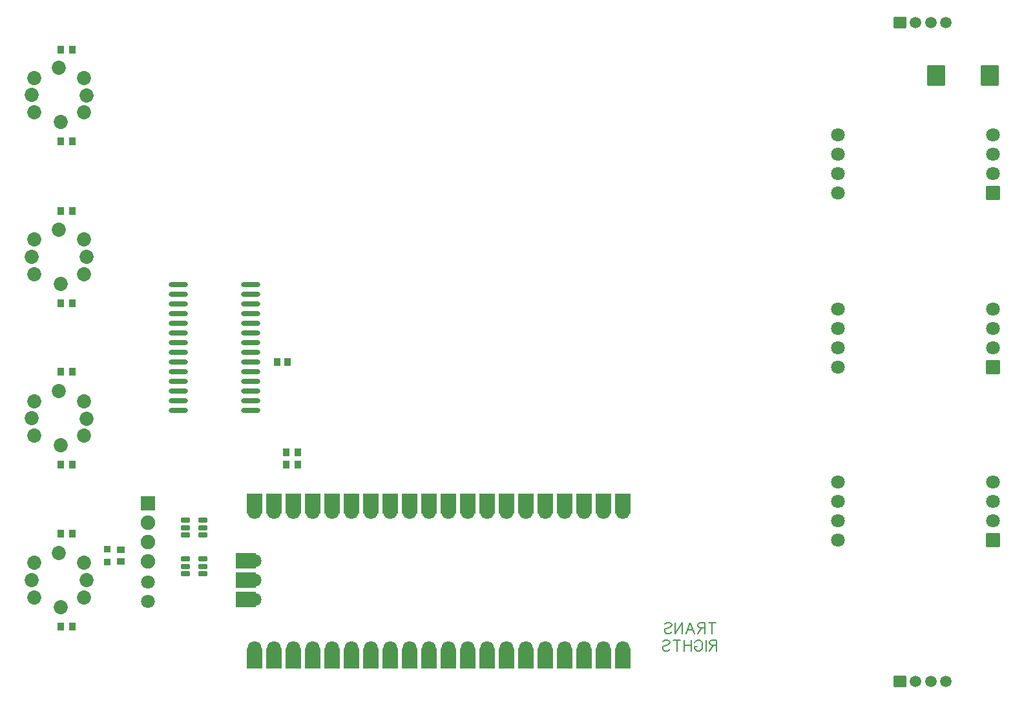
<source format=gbs>
G04 Layer: BottomSolderMaskLayer*
G04 EasyEDA v6.5.29, 2023-07-18 11:29:47*
G04 d241b5e9eba042f2855d0ef1ce65199e,5a6b42c53f6a479593ecc07194224c93,10*
G04 Gerber Generator version 0.2*
G04 Scale: 100 percent, Rotated: No, Reflected: No *
G04 Dimensions in millimeters *
G04 leading zeros omitted , absolute positions ,4 integer and 5 decimal *
%FSLAX45Y45*%
%MOMM*%

%AMMACRO1*1,1,$1,$2,$3*1,1,$1,$4,$5*1,1,$1,0-$2,0-$3*1,1,$1,0-$4,0-$5*20,1,$1,$2,$3,$4,$5,0*20,1,$1,$4,$5,0-$2,0-$3,0*20,1,$1,0-$2,0-$3,0-$4,0-$5,0*20,1,$1,0-$4,0-$5,$2,$3,0*4,1,4,$2,$3,$4,$5,0-$2,0-$3,0-$4,0-$5,$2,$3,0*%
%ADD10C,0.2032*%
%ADD11MACRO1,0.1016X1.1038X-1.296X1.1038X1.296*%
%ADD12MACRO1,0.1016X-1.1038X-1.296X-1.1038X1.296*%
%ADD13MACRO1,0.1016X-0.4X-0.4X0.4X-0.4*%
%ADD14MACRO1,0.1016X-0.432X-0.4032X0.432X-0.4032*%
%ADD15MACRO1,0.1016X-0.432X0.4032X0.432X0.4032*%
%ADD16MACRO1,0.1016X0.4032X-0.432X0.4032X0.432*%
%ADD17MACRO1,0.1016X-0.4032X-0.432X-0.4032X0.432*%
%ADD18O,2.4896064X0.6755891999999999*%
%ADD19MACRO1,0.1016X-0.4032X0.432X-0.4032X-0.432*%
%ADD20MACRO1,0.1016X0.4032X0.432X0.4032X-0.432*%
%ADD21MACRO1,0.1016X-0.4X-0.45X0.4X-0.45*%
%ADD22C,1.9016*%
%ADD23MACRO1,0.1016X-0.85X-0.9X-0.85X0.9*%
%ADD24MACRO1,0.1016X-0.536X0.266X-0.536X-0.266*%
%ADD25MACRO1,0.1016X0.85X-0.85X0.85X0.85*%
%ADD26C,1.8016*%
%ADD27C,1.8532*%
%ADD28C,1.5016*%
%ADD29MACRO1,0.1016X-0.762X0.7X0.762X0.7*%
%ADD30C,0.0129*%

%LPD*%
D10*
X4587773Y926063D02*
G01*
X4587773Y782881D01*
X4635500Y926063D02*
G01*
X4540044Y926063D01*
X4495045Y926063D02*
G01*
X4495045Y782881D01*
X4495045Y926063D02*
G01*
X4433681Y926063D01*
X4413227Y919246D01*
X4406409Y912426D01*
X4399589Y898791D01*
X4399589Y885154D01*
X4406409Y871517D01*
X4413227Y864699D01*
X4433681Y857882D01*
X4495045Y857882D01*
X4447319Y857882D02*
G01*
X4399589Y782881D01*
X4300044Y926063D02*
G01*
X4354591Y782881D01*
X4300044Y926063D02*
G01*
X4245500Y782881D01*
X4334136Y830607D02*
G01*
X4265955Y830607D01*
X4200499Y926063D02*
G01*
X4200499Y782881D01*
X4200499Y926063D02*
G01*
X4105046Y782881D01*
X4105046Y926063D02*
G01*
X4105046Y782881D01*
X3964592Y905609D02*
G01*
X3978226Y919246D01*
X3998681Y926063D01*
X4025953Y926063D01*
X4046407Y919246D01*
X4060045Y905609D01*
X4060045Y891971D01*
X4053227Y878337D01*
X4046407Y871517D01*
X4032773Y864699D01*
X3991864Y851062D01*
X3978226Y844245D01*
X3971409Y837427D01*
X3964592Y823790D01*
X3964592Y803335D01*
X3978226Y789701D01*
X3998681Y782881D01*
X4025953Y782881D01*
X4046407Y789701D01*
X4060045Y803335D01*
X4648200Y697463D02*
G01*
X4648200Y554281D01*
X4648200Y697463D02*
G01*
X4586836Y697463D01*
X4566381Y690646D01*
X4559564Y683826D01*
X4552744Y670191D01*
X4552744Y656554D01*
X4559564Y642917D01*
X4566381Y636099D01*
X4586836Y629282D01*
X4648200Y629282D01*
X4600473Y629282D02*
G01*
X4552744Y554281D01*
X4507745Y697463D02*
G01*
X4507745Y554281D01*
X4360473Y663371D02*
G01*
X4367291Y677009D01*
X4380928Y690646D01*
X4394563Y697463D01*
X4421835Y697463D01*
X4435472Y690646D01*
X4449109Y677009D01*
X4455927Y663371D01*
X4462744Y642917D01*
X4462744Y608827D01*
X4455927Y588373D01*
X4449109Y574735D01*
X4435472Y561101D01*
X4421835Y554281D01*
X4394563Y554281D01*
X4380928Y561101D01*
X4367291Y574735D01*
X4360473Y588373D01*
X4360473Y608827D01*
X4394563Y608827D02*
G01*
X4360473Y608827D01*
X4315472Y697463D02*
G01*
X4315472Y554281D01*
X4220016Y697463D02*
G01*
X4220016Y554281D01*
X4315472Y629282D02*
G01*
X4220016Y629282D01*
X4127291Y697463D02*
G01*
X4127291Y554281D01*
X4175018Y697463D02*
G01*
X4079562Y697463D01*
X3939108Y677009D02*
G01*
X3952745Y690646D01*
X3973200Y697463D01*
X4000472Y697463D01*
X4020926Y690646D01*
X4034563Y677009D01*
X4034563Y663371D01*
X4027746Y649737D01*
X4020926Y642917D01*
X4007291Y636099D01*
X3966382Y622462D01*
X3952745Y615645D01*
X3945928Y608827D01*
X3939108Y595190D01*
X3939108Y574735D01*
X3952745Y561101D01*
X3973200Y554281D01*
X4000472Y554281D01*
X4020926Y561101D01*
X4034563Y574735D01*
D11*
G01*
X7522875Y8102600D03*
D12*
G01*
X8225124Y8102600D03*
D13*
G01*
X-3340099Y1888489D03*
G01*
X-3340099Y1718310D03*
D14*
G01*
X-3162299Y1878724D03*
D15*
G01*
X-3162299Y1728075D03*
D16*
G01*
X-989724Y3162300D03*
D17*
G01*
X-839075Y3162300D03*
D16*
G01*
X-989724Y2997200D03*
D17*
G01*
X-839075Y2997200D03*
D18*
G01*
X-1456867Y5359400D03*
G01*
X-1456867Y5232400D03*
G01*
X-1456867Y5105400D03*
G01*
X-1456867Y4978400D03*
G01*
X-1456867Y4851400D03*
G01*
X-1456867Y4724400D03*
G01*
X-1456867Y4597400D03*
G01*
X-1456867Y4470400D03*
G01*
X-1456867Y4343400D03*
G01*
X-1456867Y4216400D03*
G01*
X-1456867Y4089400D03*
G01*
X-1456867Y3962400D03*
G01*
X-1456867Y3835400D03*
G01*
X-1456867Y3708400D03*
G01*
X-2405659Y5359400D03*
G01*
X-2405659Y5232400D03*
G01*
X-2405659Y5105400D03*
G01*
X-2405659Y4978400D03*
G01*
X-2405659Y4851400D03*
G01*
X-2405659Y4724400D03*
G01*
X-2405659Y4597400D03*
G01*
X-2405659Y4470400D03*
G01*
X-2405659Y4343400D03*
G01*
X-2405659Y4216400D03*
G01*
X-2405659Y4089400D03*
G01*
X-2405659Y3962400D03*
G01*
X-2405659Y3835400D03*
G01*
X-2405659Y3708400D03*
D16*
G01*
X-3949688Y7239000D03*
D17*
G01*
X-3799038Y7239000D03*
D19*
G01*
X-3799038Y8445500D03*
D20*
G01*
X-3949688Y8445500D03*
D16*
G01*
X-3949688Y6324600D03*
D17*
G01*
X-3799038Y6324600D03*
D16*
G01*
X-3949688Y5118100D03*
D17*
G01*
X-3799038Y5118100D03*
D16*
G01*
X-3949688Y2997200D03*
D17*
G01*
X-3799038Y2997200D03*
D16*
G01*
X-3949688Y4216400D03*
D17*
G01*
X-3799038Y4216400D03*
D16*
G01*
X-3949688Y876300D03*
D17*
G01*
X-3799038Y876300D03*
D16*
G01*
X-3949688Y2095500D03*
D17*
G01*
X-3799038Y2095500D03*
D21*
G01*
X-972263Y4343400D03*
G01*
X-1112263Y4343400D03*
D22*
G01*
X-2807563Y1727200D03*
D23*
G01*
X-2807562Y2489200D03*
D22*
G01*
X-2807563Y2235200D03*
G01*
X-2807563Y1981200D03*
D24*
G01*
X-2083053Y2266696D03*
G01*
X-2083053Y2171700D03*
G01*
X-2083053Y2076703D03*
G01*
X-2312873Y2076703D03*
G01*
X-2312873Y2171700D03*
G01*
X-2312873Y2266696D03*
G01*
X-2083053Y1758696D03*
G01*
X-2083053Y1663700D03*
G01*
X-2083053Y1568703D03*
G01*
X-2312873Y1568703D03*
G01*
X-2312873Y1663700D03*
G01*
X-2312873Y1758696D03*
D25*
G01*
X8266836Y6565900D03*
D26*
G01*
X8266836Y6819900D03*
G01*
X8266836Y7073900D03*
G01*
X8266836Y7327900D03*
G01*
X6234836Y7327900D03*
G01*
X6234836Y6565900D03*
G01*
X6234836Y6819900D03*
G01*
X6234836Y7073900D03*
G01*
X6234836Y5041900D03*
G01*
X6234836Y4279900D03*
G01*
X6234836Y4533900D03*
G01*
X6234836Y4787900D03*
D25*
G01*
X8266836Y4279900D03*
D26*
G01*
X8266836Y4533900D03*
G01*
X8266836Y4787900D03*
G01*
X8266836Y5041900D03*
G01*
X6234836Y2768600D03*
G01*
X6234836Y2006600D03*
G01*
X6234836Y2260600D03*
G01*
X6234836Y2514600D03*
D25*
G01*
X8266836Y2006600D03*
D26*
G01*
X8266836Y2260600D03*
G01*
X8266836Y2514600D03*
G01*
X8266836Y2768600D03*
D27*
G01*
X-3645763Y7620000D03*
G01*
X-4295775Y7620000D03*
G01*
X-3645763Y8070011D03*
G01*
X-4295775Y8070011D03*
G01*
X-3970756Y8204987D03*
G01*
X-3610762Y7844993D03*
G01*
X-3950563Y7493000D03*
G01*
X-4331563Y7848600D03*
G01*
X-3645763Y5499100D03*
G01*
X-4295775Y5499100D03*
G01*
X-3645763Y5949111D03*
G01*
X-4295775Y5949111D03*
G01*
X-3970756Y6084087D03*
G01*
X-3610762Y5724093D03*
G01*
X-3950563Y5372100D03*
G01*
X-4331563Y5727700D03*
G01*
X-3645763Y3378200D03*
G01*
X-4295775Y3378200D03*
G01*
X-3645763Y3828211D03*
G01*
X-4295775Y3828211D03*
G01*
X-3970756Y3963187D03*
G01*
X-3610762Y3603193D03*
G01*
X-3950563Y3251200D03*
G01*
X-4331563Y3606800D03*
G01*
X-3645763Y1257300D03*
G01*
X-4295775Y1257300D03*
G01*
X-3645763Y1707311D03*
G01*
X-4295775Y1707311D03*
G01*
X-3970756Y1842287D03*
G01*
X-3610762Y1482293D03*
G01*
X-3950563Y1130300D03*
G01*
X-4331563Y1485900D03*
D28*
G01*
X7652486Y8801074D03*
G01*
X7452487Y8801074D03*
G01*
X7252487Y8801074D03*
D29*
G01*
X7052485Y8801082D03*
D28*
G01*
X7652486Y152400D03*
G01*
X7452487Y152400D03*
G01*
X7252487Y152400D03*
D29*
G01*
X7052485Y152400D03*
D26*
G01*
X3415411Y2374900D03*
G01*
X3415411Y596900D03*
G01*
X3161411Y2374900D03*
G01*
X2907411Y2374900D03*
G01*
X2653411Y2374900D03*
G01*
X2399411Y2374900D03*
G01*
X2145411Y2374900D03*
G01*
X1891411Y2374900D03*
G01*
X1637436Y2374900D03*
G01*
X1383436Y2374900D03*
G01*
X1129436Y2374900D03*
G01*
X875436Y2374900D03*
G01*
X621436Y2374900D03*
G01*
X367436Y2374900D03*
G01*
X113436Y2374900D03*
G01*
X-140563Y2374900D03*
G01*
X-394563Y2374900D03*
G01*
X-648563Y2374900D03*
G01*
X-902563Y2374900D03*
G01*
X-1156563Y2374900D03*
G01*
X-1410563Y2374900D03*
G01*
X3161411Y596900D03*
G01*
X2907411Y596900D03*
G01*
X2653411Y596900D03*
G01*
X2399411Y596900D03*
G01*
X2145411Y596900D03*
G01*
X1891411Y596900D03*
G01*
X1637436Y596900D03*
G01*
X1383436Y596900D03*
G01*
X1129436Y596900D03*
G01*
X875436Y596900D03*
G01*
X621436Y596900D03*
G01*
X367436Y596900D03*
G01*
X113436Y596900D03*
G01*
X-140563Y596900D03*
G01*
X-394563Y596900D03*
G01*
X-648563Y596900D03*
G01*
X-902563Y596900D03*
G01*
X-1156563Y596900D03*
G01*
X-1410563Y596900D03*
G01*
X-1410563Y1485900D03*
G01*
X-1410563Y1739900D03*
G01*
X-1410563Y1231900D03*
G01*
X-2807563Y1206500D03*
G01*
X-2807563Y1460500D03*
G36*
X3315106Y589279D02*
G01*
X3515766Y589279D01*
X3515766Y325119D01*
X3315106Y325119D01*
G37*
G36*
X3061106Y589279D02*
G01*
X3261766Y589279D01*
X3261766Y325119D01*
X3061106Y325119D01*
G37*
G36*
X2807106Y589279D02*
G01*
X3007766Y589279D01*
X3007766Y325119D01*
X2807106Y325119D01*
G37*
G36*
X2553106Y589279D02*
G01*
X2753766Y589279D01*
X2753766Y325119D01*
X2553106Y325119D01*
G37*
G36*
X2299106Y589279D02*
G01*
X2499766Y589279D01*
X2499766Y325119D01*
X2299106Y325119D01*
G37*
G36*
X2045106Y589279D02*
G01*
X2245766Y589279D01*
X2245766Y325119D01*
X2045106Y325119D01*
G37*
G36*
X1791106Y589279D02*
G01*
X1991766Y589279D01*
X1991766Y325119D01*
X1791106Y325119D01*
G37*
G36*
X1537106Y589279D02*
G01*
X1737766Y589279D01*
X1737766Y325119D01*
X1537106Y325119D01*
G37*
G36*
X1283106Y589279D02*
G01*
X1483766Y589279D01*
X1483766Y325119D01*
X1283106Y325119D01*
G37*
G36*
X1029106Y589279D02*
G01*
X1229766Y589279D01*
X1229766Y325119D01*
X1029106Y325119D01*
G37*
G36*
X775106Y589279D02*
G01*
X975766Y589279D01*
X975766Y325119D01*
X775106Y325119D01*
G37*
G36*
X521106Y589279D02*
G01*
X721766Y589279D01*
X721766Y325119D01*
X521106Y325119D01*
G37*
G36*
X267106Y589279D02*
G01*
X467766Y589279D01*
X467766Y325119D01*
X267106Y325119D01*
G37*
G36*
X13106Y589279D02*
G01*
X213766Y589279D01*
X213766Y325119D01*
X13106Y325119D01*
G37*
G36*
X-240893Y589279D02*
G01*
X-40233Y589279D01*
X-40233Y325119D01*
X-240893Y325119D01*
G37*
G36*
X-494893Y589279D02*
G01*
X-294233Y589279D01*
X-294233Y325119D01*
X-494893Y325119D01*
G37*
G36*
X-748893Y589279D02*
G01*
X-548233Y589279D01*
X-548233Y325119D01*
X-748893Y325119D01*
G37*
G36*
X-1002893Y589279D02*
G01*
X-802233Y589279D01*
X-802233Y325119D01*
X-1002893Y325119D01*
G37*
G36*
X-1256893Y589279D02*
G01*
X-1056233Y589279D01*
X-1056233Y325119D01*
X-1256893Y325119D01*
G37*
G36*
X-1510893Y589279D02*
G01*
X-1310233Y589279D01*
X-1310233Y325119D01*
X-1510893Y325119D01*
G37*
G36*
X-1510893Y2621279D02*
G01*
X-1310233Y2621279D01*
X-1310233Y2357119D01*
X-1510893Y2357119D01*
G37*
G36*
X-1256893Y2621279D02*
G01*
X-1056233Y2621279D01*
X-1056233Y2357119D01*
X-1256893Y2357119D01*
G37*
G36*
X-1002893Y2621279D02*
G01*
X-802233Y2621279D01*
X-802233Y2357119D01*
X-1002893Y2357119D01*
G37*
G36*
X-748893Y2621279D02*
G01*
X-548233Y2621279D01*
X-548233Y2357119D01*
X-748893Y2357119D01*
G37*
G36*
X-494893Y2621279D02*
G01*
X-294233Y2621279D01*
X-294233Y2357119D01*
X-494893Y2357119D01*
G37*
G36*
X-240893Y2621279D02*
G01*
X-40233Y2621279D01*
X-40233Y2357119D01*
X-240893Y2357119D01*
G37*
G36*
X13106Y2621279D02*
G01*
X213766Y2621279D01*
X213766Y2357119D01*
X13106Y2357119D01*
G37*
G36*
X267106Y2621279D02*
G01*
X467766Y2621279D01*
X467766Y2357119D01*
X267106Y2357119D01*
G37*
G36*
X521106Y2621279D02*
G01*
X721766Y2621279D01*
X721766Y2357119D01*
X521106Y2357119D01*
G37*
G36*
X775106Y2621279D02*
G01*
X975766Y2621279D01*
X975766Y2357119D01*
X775106Y2357119D01*
G37*
G36*
X1029106Y2621279D02*
G01*
X1229766Y2621279D01*
X1229766Y2357119D01*
X1029106Y2357119D01*
G37*
G36*
X1283106Y2621279D02*
G01*
X1483766Y2621279D01*
X1483766Y2357119D01*
X1283106Y2357119D01*
G37*
G36*
X1537106Y2621279D02*
G01*
X1737766Y2621279D01*
X1737766Y2357119D01*
X1537106Y2357119D01*
G37*
G36*
X1791106Y2621279D02*
G01*
X1991766Y2621279D01*
X1991766Y2357119D01*
X1791106Y2357119D01*
G37*
G36*
X2045106Y2621279D02*
G01*
X2245766Y2621279D01*
X2245766Y2357119D01*
X2045106Y2357119D01*
G37*
G36*
X2299106Y2621279D02*
G01*
X2499766Y2621279D01*
X2499766Y2357119D01*
X2299106Y2357119D01*
G37*
G36*
X2553106Y2621279D02*
G01*
X2753766Y2621279D01*
X2753766Y2357119D01*
X2553106Y2357119D01*
G37*
G36*
X2807106Y2621279D02*
G01*
X3007766Y2621279D01*
X3007766Y2357119D01*
X2807106Y2357119D01*
G37*
G36*
X3061106Y2621279D02*
G01*
X3261766Y2621279D01*
X3261766Y2357119D01*
X3061106Y2357119D01*
G37*
G36*
X3315106Y2621279D02*
G01*
X3515766Y2621279D01*
X3515766Y2357119D01*
X3315106Y2357119D01*
G37*
G36*
X-1656943Y1331493D02*
G01*
X-1392783Y1331493D01*
X-1392783Y1130833D01*
X-1656943Y1130833D01*
G37*
G36*
X-1656943Y1585493D02*
G01*
X-1392783Y1585493D01*
X-1392783Y1384833D01*
X-1656943Y1384833D01*
G37*
G36*
X-1656943Y1839493D02*
G01*
X-1392783Y1839493D01*
X-1392783Y1638833D01*
X-1656943Y1638833D01*
G37*
M02*

</source>
